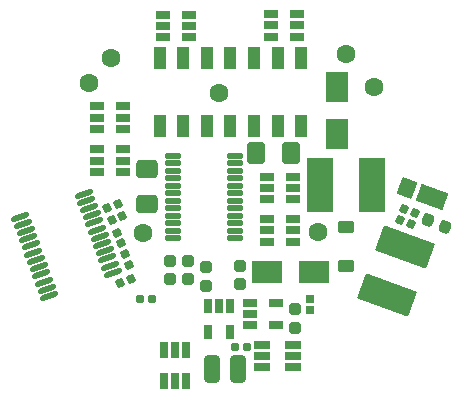
<source format=gts>
%TF.GenerationSoftware,KiCad,Pcbnew,(6.0.5)*%
%TF.CreationDate,2022-06-17T18:07:45-04:00*%
%TF.ProjectId,Maka_BMS,4d616b61-5f42-44d5-932e-6b696361645f,rev?*%
%TF.SameCoordinates,Original*%
%TF.FileFunction,Soldermask,Top*%
%TF.FilePolarity,Negative*%
%FSLAX46Y46*%
G04 Gerber Fmt 4.6, Leading zero omitted, Abs format (unit mm)*
G04 Created by KiCad (PCBNEW (6.0.5)) date 2022-06-17 18:07:45*
%MOMM*%
%LPD*%
G01*
G04 APERTURE LIST*
G04 Aperture macros list*
%AMRoundRect*
0 Rectangle with rounded corners*
0 $1 Rounding radius*
0 $2 $3 $4 $5 $6 $7 $8 $9 X,Y pos of 4 corners*
0 Add a 4 corners polygon primitive as box body*
4,1,4,$2,$3,$4,$5,$6,$7,$8,$9,$2,$3,0*
0 Add four circle primitives for the rounded corners*
1,1,$1+$1,$2,$3*
1,1,$1+$1,$4,$5*
1,1,$1+$1,$6,$7*
1,1,$1+$1,$8,$9*
0 Add four rect primitives between the rounded corners*
20,1,$1+$1,$2,$3,$4,$5,0*
20,1,$1+$1,$4,$5,$6,$7,0*
20,1,$1+$1,$6,$7,$8,$9,0*
20,1,$1+$1,$8,$9,$2,$3,0*%
G04 Aperture macros list end*
%ADD10RoundRect,0.300000X-0.375000X-0.850000X0.375000X-0.850000X0.375000X0.850000X-0.375000X0.850000X0*%
%ADD11RoundRect,0.050000X0.325000X-0.610000X0.325000X0.610000X-0.325000X0.610000X-0.325000X-0.610000X0*%
%ADD12RoundRect,0.050000X-0.530000X-0.325000X0.530000X-0.325000X0.530000X0.325000X-0.530000X0.325000X0*%
%ADD13RoundRect,0.268750X-0.256250X0.218750X-0.256250X-0.218750X0.256250X-0.218750X0.256250X0.218750X0*%
%ADD14RoundRect,0.050000X-1.746637X1.779715X-2.481980X-0.240624X1.746637X-1.779715X2.481980X0.240624X0*%
%ADD15RoundRect,0.050000X-0.500000X-0.875000X0.500000X-0.875000X0.500000X0.875000X-0.500000X0.875000X0*%
%ADD16RoundRect,0.050000X0.530000X0.325000X-0.530000X0.325000X-0.530000X-0.325000X0.530000X-0.325000X0*%
%ADD17RoundRect,0.300001X-0.462499X-0.624999X0.462499X-0.624999X0.462499X0.624999X-0.462499X0.624999X0*%
%ADD18RoundRect,0.050000X-0.325000X0.530000X-0.325000X-0.530000X0.325000X-0.530000X0.325000X0.530000X0*%
%ADD19RoundRect,0.197500X-0.147500X-0.172500X0.147500X-0.172500X0.147500X0.172500X-0.147500X0.172500X0*%
%ADD20RoundRect,0.050000X-0.600000X0.450000X-0.600000X-0.450000X0.600000X-0.450000X0.600000X0.450000X0*%
%ADD21RoundRect,0.300001X-0.624999X0.462499X-0.624999X-0.462499X0.624999X-0.462499X0.624999X0.462499X0*%
%ADD22RoundRect,0.050000X0.610000X0.325000X-0.610000X0.325000X-0.610000X-0.325000X0.610000X-0.325000X0*%
%ADD23RoundRect,0.050000X-0.900000X1.250000X-0.900000X-1.250000X0.900000X-1.250000X0.900000X1.250000X0*%
%ADD24RoundRect,0.197500X-0.212545X0.079606X-0.111649X-0.197603X0.212545X-0.079606X0.111649X0.197603X0*%
%ADD25RoundRect,0.197500X-0.079606X-0.212545X0.197603X-0.111649X0.079606X0.212545X-0.197603X0.111649X0*%
%ADD26RoundRect,0.197500X0.079606X0.212545X-0.197603X0.111649X-0.079606X-0.212545X0.197603X-0.111649X0*%
%ADD27RoundRect,0.050000X1.250000X0.900000X-1.250000X0.900000X-1.250000X-0.900000X1.250000X-0.900000X0*%
%ADD28RoundRect,0.050000X-1.075000X-2.250000X1.075000X-2.250000X1.075000X2.250000X-1.075000X2.250000X0*%
%ADD29RoundRect,0.268750X-0.293200X-0.165979X0.117915X-0.315613X0.293200X0.165979X-0.117915X0.315613X0*%
%ADD30RoundRect,0.197500X0.197603X0.111649X-0.079606X0.212545X-0.197603X-0.111649X0.079606X-0.212545X0*%
%ADD31RoundRect,0.050000X1.320061X0.264462X-0.841232X1.051108X-1.320061X-0.264462X0.841232X-1.051108X0*%
%ADD32RoundRect,0.050000X0.826722X0.444022X-0.347894X0.871547X-0.826722X-0.444022X0.347894X-0.871547X0*%
%ADD33RoundRect,0.197500X-0.197603X-0.111649X0.079606X-0.212545X0.197603X0.111649X-0.079606X0.212545X0*%
%ADD34RoundRect,0.050000X-0.600000X-0.200000X0.600000X-0.200000X0.600000X0.200000X-0.600000X0.200000X0*%
%ADD35RoundRect,0.150000X0.564852X0.312007X-0.633256X-0.124069X-0.564852X-0.312007X0.633256X0.124069X0*%
%ADD36RoundRect,0.197500X0.172500X-0.147500X0.172500X0.147500X-0.172500X0.147500X-0.172500X-0.147500X0*%
%ADD37RoundRect,0.268750X0.256250X-0.218750X0.256250X0.218750X-0.256250X0.218750X-0.256250X-0.218750X0*%
%ADD38C,1.600000*%
G04 APERTURE END LIST*
D10*
%TO.C,L1*%
X150850000Y-117450000D03*
X153000000Y-117450000D03*
%TD*%
D11*
%TO.C,U4*%
X146775000Y-118435000D03*
X147725000Y-118435000D03*
X148675000Y-118435000D03*
X148675000Y-115815000D03*
X147725000Y-115815000D03*
X146775000Y-115815000D03*
%TD*%
D12*
%TO.C,Q4*%
X155800000Y-88350000D03*
X158000000Y-88350000D03*
X155800000Y-87400000D03*
X158000000Y-87400000D03*
X155800000Y-89300000D03*
X158000000Y-89300000D03*
%TD*%
D13*
%TO.C,C16*%
X153200000Y-108712500D03*
X153200000Y-110287500D03*
%TD*%
D14*
%TO.C,L2*%
X167143894Y-107106169D03*
X165656106Y-111193831D03*
%TD*%
D15*
%TO.C,J9*%
X158400000Y-96859800D03*
X158400000Y-91109800D03*
X156400000Y-96859800D03*
X156400000Y-91109800D03*
X154400000Y-96859800D03*
X154400000Y-91109800D03*
X152400000Y-96859800D03*
X152400000Y-91109800D03*
X150400000Y-96859800D03*
X150400000Y-91109800D03*
X148400000Y-96859800D03*
X148400000Y-91109800D03*
X146400000Y-96859800D03*
X146400000Y-91109800D03*
%TD*%
D16*
%TO.C,Q5*%
X157700000Y-103050000D03*
X155500000Y-102100000D03*
X157700000Y-102100000D03*
X155500000Y-103050000D03*
X157700000Y-101150000D03*
X155500000Y-101150000D03*
%TD*%
%TO.C,Q3*%
X143300000Y-97100000D03*
X141100000Y-97100000D03*
X141100000Y-96150000D03*
X143300000Y-96150000D03*
X143300000Y-95200000D03*
X141100000Y-95200000D03*
%TD*%
D12*
%TO.C,Q2*%
X143300000Y-98850000D03*
X141100000Y-99800000D03*
X141100000Y-98850000D03*
X143300000Y-99800000D03*
X141100000Y-100750000D03*
X143300000Y-100750000D03*
%TD*%
D13*
%TO.C,C23*%
X148800000Y-108262500D03*
X148800000Y-109837500D03*
%TD*%
D17*
%TO.C,R29*%
X154575000Y-99150000D03*
X157550000Y-99150000D03*
%TD*%
D18*
%TO.C,U2*%
X152400000Y-112100000D03*
X151450000Y-112100000D03*
X150500000Y-112100000D03*
X150500000Y-114300000D03*
X152400000Y-114300000D03*
%TD*%
D19*
%TO.C,R19*%
X144750000Y-111500000D03*
X145720000Y-111500000D03*
%TD*%
D13*
%TO.C,C15*%
X150300000Y-108800000D03*
X150300000Y-110375000D03*
%TD*%
D20*
%TO.C,D3*%
X162150000Y-105400000D03*
X162150000Y-108700000D03*
%TD*%
D12*
%TO.C,Q1*%
X146726400Y-88392000D03*
X148926400Y-88392000D03*
X146726400Y-87442000D03*
X148926400Y-87442000D03*
X146726400Y-89342000D03*
X148926400Y-89342000D03*
%TD*%
D13*
%TO.C,C14*%
X147300000Y-108262500D03*
X147300000Y-109837500D03*
%TD*%
D21*
%TO.C,R8*%
X145300000Y-100500000D03*
X145300000Y-103475000D03*
%TD*%
D22*
%TO.C,U1*%
X157710000Y-117300000D03*
X157710000Y-116350000D03*
X157710000Y-115400000D03*
X155090000Y-115400000D03*
X155090000Y-116350000D03*
X155090000Y-117300000D03*
%TD*%
D23*
%TO.C,D1*%
X161425000Y-93550000D03*
X161425000Y-97550000D03*
%TD*%
D24*
%TO.C,C2*%
X142759120Y-105894249D03*
X143090880Y-106805751D03*
%TD*%
D25*
%TO.C,R3*%
X142338498Y-104841760D03*
X143250000Y-104510000D03*
%TD*%
D24*
%TO.C,R1*%
X143815880Y-108605751D03*
X143484120Y-107694249D03*
%TD*%
D26*
%TO.C,C4*%
X142895751Y-103514120D03*
X141984249Y-103845880D03*
%TD*%
D12*
%TO.C,Q6*%
X155500000Y-105700000D03*
X155500000Y-104750000D03*
X157700000Y-105700000D03*
X157700000Y-104750000D03*
X155500000Y-106650000D03*
X157700000Y-106650000D03*
%TD*%
D27*
%TO.C,D2*%
X159450000Y-109250000D03*
X155450000Y-109250000D03*
%TD*%
D28*
%TO.C,L3*%
X160000000Y-101875000D03*
X164350000Y-101875000D03*
%TD*%
D29*
%TO.C,C11*%
X169100000Y-104850000D03*
X170580016Y-105388682D03*
%TD*%
D30*
%TO.C,R32*%
X167655751Y-105165880D03*
X166744249Y-104834120D03*
%TD*%
D31*
%TO.C,D4*%
X169500000Y-102900000D03*
D32*
X167338707Y-102113354D03*
%TD*%
D33*
%TO.C,R21*%
X168000000Y-104231760D03*
X167088498Y-103900000D03*
%TD*%
D25*
%TO.C,R5*%
X143044249Y-110190880D03*
X143955751Y-109859120D03*
%TD*%
D34*
%TO.C,U5*%
X147550000Y-99382500D03*
X147550000Y-100017500D03*
X147550000Y-100652500D03*
X147550000Y-101287500D03*
X147550000Y-101922500D03*
X147550000Y-102557500D03*
X147550000Y-103192500D03*
X147550000Y-103827500D03*
X147550000Y-104462500D03*
X147550000Y-105097500D03*
X147550000Y-105732500D03*
X147550000Y-106367500D03*
X152750000Y-106367500D03*
X152750000Y-105732500D03*
X152750000Y-105097500D03*
X152750000Y-104462500D03*
X152750000Y-103827500D03*
X152750000Y-103192500D03*
X152750000Y-102557500D03*
X152750000Y-101922500D03*
X152750000Y-101287500D03*
X152750000Y-100652500D03*
X152750000Y-100017500D03*
X152750000Y-99382500D03*
%TD*%
D35*
%TO.C,U3*%
X142427053Y-109302734D03*
X142204740Y-108691934D03*
X141982427Y-108081134D03*
X141760114Y-107470334D03*
X141537801Y-106859534D03*
X141315488Y-106248733D03*
X141093175Y-105637933D03*
X140870861Y-105027133D03*
X140648548Y-104416333D03*
X140426235Y-103805533D03*
X140203922Y-103194732D03*
X139981609Y-102583932D03*
X134601869Y-104541998D03*
X134824182Y-105152798D03*
X135046495Y-105763598D03*
X135268808Y-106374398D03*
X135491121Y-106985198D03*
X135713434Y-107595999D03*
X135935747Y-108206799D03*
X136158061Y-108817599D03*
X136380374Y-109428399D03*
X136602687Y-110039199D03*
X136825000Y-110650000D03*
X137047313Y-111260800D03*
%TD*%
D12*
%TO.C,U7*%
X154050000Y-111850000D03*
X154050000Y-112800000D03*
X154050000Y-113750000D03*
X156250000Y-113750000D03*
X156250000Y-111850000D03*
%TD*%
D36*
%TO.C,C24*%
X159100000Y-112470000D03*
X159100000Y-111500000D03*
%TD*%
D37*
%TO.C,C25*%
X157850000Y-112362500D03*
X157850000Y-113937500D03*
%TD*%
D19*
%TO.C,C13*%
X152815000Y-115600000D03*
X153785000Y-115600000D03*
%TD*%
D38*
%TO.C,11.1*%
X140450000Y-93225000D03*
%TD*%
%TO.C,0.0*%
X151450000Y-94050000D03*
%TD*%
%TO.C,12V_OUT1*%
X162200000Y-90800000D03*
%TD*%
%TO.C,GND_OUT1*%
X164550000Y-93525000D03*
%TD*%
%TO.C,3.4*%
X142250000Y-91100000D03*
%TD*%
%TO.C,7.4_1*%
X145000000Y-105925000D03*
%TD*%
%TO.C,7.4_2*%
X159800000Y-105875000D03*
%TD*%
M02*

</source>
